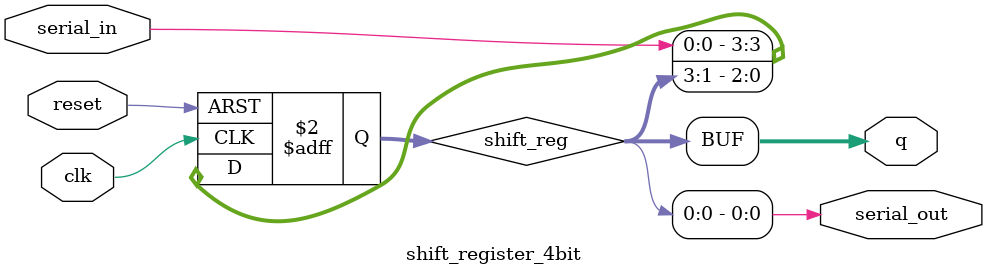
<source format=v>
module shift_register_4bit(
    input clk,          // Clock signal
    input reset,        // Asynchronous reset
    input serial_in,    // Serial data input
    output serial_out,  // Serial data output
    output [3:0] q      // Parallel output (to observe all bits)
);
    // 4-bit register to hold data
    reg [3:0] shift_reg;
    
    // Shift operation
    always @(posedge clk or posedge reset) begin
        if (reset) begin
            shift_reg <= 4'b0000;           // Clear all bits
        end else begin
            shift_reg <= {serial_in, shift_reg[3:1]};  // Shift right
            // Equivalent to:
            // shift_reg[0] <= shift_reg[1];
            // shift_reg[1] <= shift_reg[2];
            // shift_reg[2] <= shift_reg[3];
            // shift_reg[3] <= serial_in;
        end
    end
    
    // Outputs
    assign serial_out = shift_reg[0];   // LSB exits first
    assign q = shift_reg;               // Parallel view of all bits
    
endmodule
</source>
